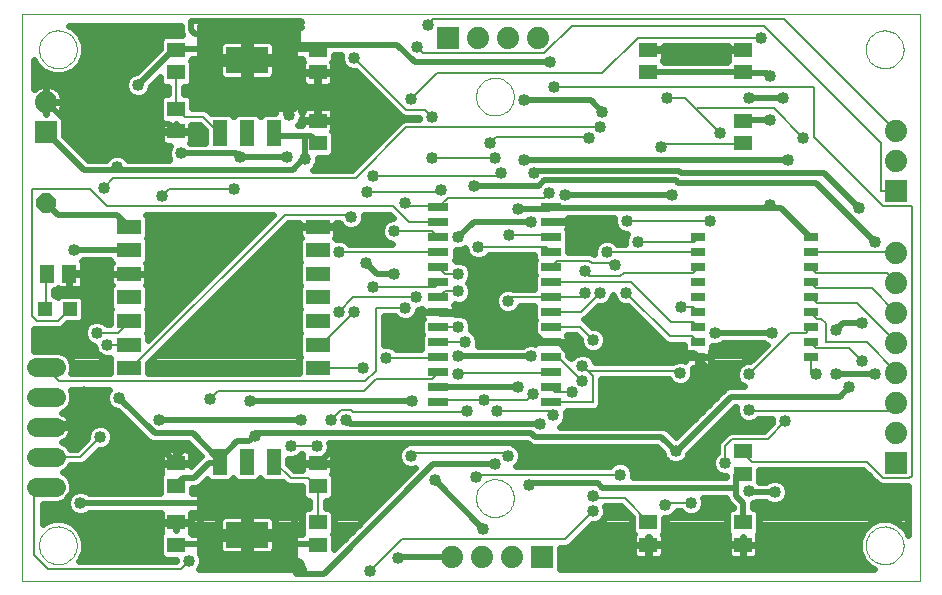
<source format=gtl>
G75*
G70*
%OFA0B0*%
%FSLAX24Y24*%
%IPPOS*%
%LPD*%
%AMOC8*
5,1,8,0,0,1.08239X$1,22.5*
%
%ADD10C,0.0000*%
%ADD11R,0.0669X0.0256*%
%ADD12C,0.0640*%
%ADD13R,0.0480X0.0880*%
%ADD14R,0.1417X0.0866*%
%ADD15R,0.0591X0.0512*%
%ADD16R,0.0512X0.0591*%
%ADD17R,0.0472X0.0472*%
%ADD18R,0.0450X0.0300*%
%ADD19R,0.0787X0.0512*%
%ADD20OC8,0.0640*%
%ADD21R,0.0740X0.0740*%
%ADD22C,0.0740*%
%ADD23C,0.0080*%
%ADD24C,0.0400*%
%ADD25C,0.0200*%
%ADD26C,0.0236*%
D10*
X000538Y000538D02*
X000538Y019435D01*
X030459Y019435D01*
X030459Y000538D01*
X000538Y000538D01*
X001089Y001719D02*
X001091Y001769D01*
X001097Y001819D01*
X001107Y001868D01*
X001121Y001916D01*
X001138Y001963D01*
X001159Y002008D01*
X001184Y002052D01*
X001212Y002093D01*
X001244Y002132D01*
X001278Y002169D01*
X001315Y002203D01*
X001355Y002233D01*
X001397Y002260D01*
X001441Y002284D01*
X001487Y002305D01*
X001534Y002321D01*
X001582Y002334D01*
X001632Y002343D01*
X001681Y002348D01*
X001732Y002349D01*
X001782Y002346D01*
X001831Y002339D01*
X001880Y002328D01*
X001928Y002313D01*
X001974Y002295D01*
X002019Y002273D01*
X002062Y002247D01*
X002103Y002218D01*
X002142Y002186D01*
X002178Y002151D01*
X002210Y002113D01*
X002240Y002073D01*
X002267Y002030D01*
X002290Y001986D01*
X002309Y001940D01*
X002325Y001892D01*
X002337Y001843D01*
X002345Y001794D01*
X002349Y001744D01*
X002349Y001694D01*
X002345Y001644D01*
X002337Y001595D01*
X002325Y001546D01*
X002309Y001498D01*
X002290Y001452D01*
X002267Y001408D01*
X002240Y001365D01*
X002210Y001325D01*
X002178Y001287D01*
X002142Y001252D01*
X002103Y001220D01*
X002062Y001191D01*
X002019Y001165D01*
X001974Y001143D01*
X001928Y001125D01*
X001880Y001110D01*
X001831Y001099D01*
X001782Y001092D01*
X001732Y001089D01*
X001681Y001090D01*
X001632Y001095D01*
X001582Y001104D01*
X001534Y001117D01*
X001487Y001133D01*
X001441Y001154D01*
X001397Y001178D01*
X001355Y001205D01*
X001315Y001235D01*
X001278Y001269D01*
X001244Y001306D01*
X001212Y001345D01*
X001184Y001386D01*
X001159Y001430D01*
X001138Y001475D01*
X001121Y001522D01*
X001107Y001570D01*
X001097Y001619D01*
X001091Y001669D01*
X001089Y001719D01*
X015656Y003294D02*
X015658Y003344D01*
X015664Y003394D01*
X015674Y003443D01*
X015688Y003491D01*
X015705Y003538D01*
X015726Y003583D01*
X015751Y003627D01*
X015779Y003668D01*
X015811Y003707D01*
X015845Y003744D01*
X015882Y003778D01*
X015922Y003808D01*
X015964Y003835D01*
X016008Y003859D01*
X016054Y003880D01*
X016101Y003896D01*
X016149Y003909D01*
X016199Y003918D01*
X016248Y003923D01*
X016299Y003924D01*
X016349Y003921D01*
X016398Y003914D01*
X016447Y003903D01*
X016495Y003888D01*
X016541Y003870D01*
X016586Y003848D01*
X016629Y003822D01*
X016670Y003793D01*
X016709Y003761D01*
X016745Y003726D01*
X016777Y003688D01*
X016807Y003648D01*
X016834Y003605D01*
X016857Y003561D01*
X016876Y003515D01*
X016892Y003467D01*
X016904Y003418D01*
X016912Y003369D01*
X016916Y003319D01*
X016916Y003269D01*
X016912Y003219D01*
X016904Y003170D01*
X016892Y003121D01*
X016876Y003073D01*
X016857Y003027D01*
X016834Y002983D01*
X016807Y002940D01*
X016777Y002900D01*
X016745Y002862D01*
X016709Y002827D01*
X016670Y002795D01*
X016629Y002766D01*
X016586Y002740D01*
X016541Y002718D01*
X016495Y002700D01*
X016447Y002685D01*
X016398Y002674D01*
X016349Y002667D01*
X016299Y002664D01*
X016248Y002665D01*
X016199Y002670D01*
X016149Y002679D01*
X016101Y002692D01*
X016054Y002708D01*
X016008Y002729D01*
X015964Y002753D01*
X015922Y002780D01*
X015882Y002810D01*
X015845Y002844D01*
X015811Y002881D01*
X015779Y002920D01*
X015751Y002961D01*
X015726Y003005D01*
X015705Y003050D01*
X015688Y003097D01*
X015674Y003145D01*
X015664Y003194D01*
X015658Y003244D01*
X015656Y003294D01*
X028648Y001719D02*
X028650Y001769D01*
X028656Y001819D01*
X028666Y001868D01*
X028680Y001916D01*
X028697Y001963D01*
X028718Y002008D01*
X028743Y002052D01*
X028771Y002093D01*
X028803Y002132D01*
X028837Y002169D01*
X028874Y002203D01*
X028914Y002233D01*
X028956Y002260D01*
X029000Y002284D01*
X029046Y002305D01*
X029093Y002321D01*
X029141Y002334D01*
X029191Y002343D01*
X029240Y002348D01*
X029291Y002349D01*
X029341Y002346D01*
X029390Y002339D01*
X029439Y002328D01*
X029487Y002313D01*
X029533Y002295D01*
X029578Y002273D01*
X029621Y002247D01*
X029662Y002218D01*
X029701Y002186D01*
X029737Y002151D01*
X029769Y002113D01*
X029799Y002073D01*
X029826Y002030D01*
X029849Y001986D01*
X029868Y001940D01*
X029884Y001892D01*
X029896Y001843D01*
X029904Y001794D01*
X029908Y001744D01*
X029908Y001694D01*
X029904Y001644D01*
X029896Y001595D01*
X029884Y001546D01*
X029868Y001498D01*
X029849Y001452D01*
X029826Y001408D01*
X029799Y001365D01*
X029769Y001325D01*
X029737Y001287D01*
X029701Y001252D01*
X029662Y001220D01*
X029621Y001191D01*
X029578Y001165D01*
X029533Y001143D01*
X029487Y001125D01*
X029439Y001110D01*
X029390Y001099D01*
X029341Y001092D01*
X029291Y001089D01*
X029240Y001090D01*
X029191Y001095D01*
X029141Y001104D01*
X029093Y001117D01*
X029046Y001133D01*
X029000Y001154D01*
X028956Y001178D01*
X028914Y001205D01*
X028874Y001235D01*
X028837Y001269D01*
X028803Y001306D01*
X028771Y001345D01*
X028743Y001386D01*
X028718Y001430D01*
X028697Y001475D01*
X028680Y001522D01*
X028666Y001570D01*
X028656Y001619D01*
X028650Y001669D01*
X028648Y001719D01*
X015656Y016679D02*
X015658Y016729D01*
X015664Y016779D01*
X015674Y016828D01*
X015688Y016876D01*
X015705Y016923D01*
X015726Y016968D01*
X015751Y017012D01*
X015779Y017053D01*
X015811Y017092D01*
X015845Y017129D01*
X015882Y017163D01*
X015922Y017193D01*
X015964Y017220D01*
X016008Y017244D01*
X016054Y017265D01*
X016101Y017281D01*
X016149Y017294D01*
X016199Y017303D01*
X016248Y017308D01*
X016299Y017309D01*
X016349Y017306D01*
X016398Y017299D01*
X016447Y017288D01*
X016495Y017273D01*
X016541Y017255D01*
X016586Y017233D01*
X016629Y017207D01*
X016670Y017178D01*
X016709Y017146D01*
X016745Y017111D01*
X016777Y017073D01*
X016807Y017033D01*
X016834Y016990D01*
X016857Y016946D01*
X016876Y016900D01*
X016892Y016852D01*
X016904Y016803D01*
X016912Y016754D01*
X016916Y016704D01*
X016916Y016654D01*
X016912Y016604D01*
X016904Y016555D01*
X016892Y016506D01*
X016876Y016458D01*
X016857Y016412D01*
X016834Y016368D01*
X016807Y016325D01*
X016777Y016285D01*
X016745Y016247D01*
X016709Y016212D01*
X016670Y016180D01*
X016629Y016151D01*
X016586Y016125D01*
X016541Y016103D01*
X016495Y016085D01*
X016447Y016070D01*
X016398Y016059D01*
X016349Y016052D01*
X016299Y016049D01*
X016248Y016050D01*
X016199Y016055D01*
X016149Y016064D01*
X016101Y016077D01*
X016054Y016093D01*
X016008Y016114D01*
X015964Y016138D01*
X015922Y016165D01*
X015882Y016195D01*
X015845Y016229D01*
X015811Y016266D01*
X015779Y016305D01*
X015751Y016346D01*
X015726Y016390D01*
X015705Y016435D01*
X015688Y016482D01*
X015674Y016530D01*
X015664Y016579D01*
X015658Y016629D01*
X015656Y016679D01*
X028648Y018254D02*
X028650Y018304D01*
X028656Y018354D01*
X028666Y018403D01*
X028680Y018451D01*
X028697Y018498D01*
X028718Y018543D01*
X028743Y018587D01*
X028771Y018628D01*
X028803Y018667D01*
X028837Y018704D01*
X028874Y018738D01*
X028914Y018768D01*
X028956Y018795D01*
X029000Y018819D01*
X029046Y018840D01*
X029093Y018856D01*
X029141Y018869D01*
X029191Y018878D01*
X029240Y018883D01*
X029291Y018884D01*
X029341Y018881D01*
X029390Y018874D01*
X029439Y018863D01*
X029487Y018848D01*
X029533Y018830D01*
X029578Y018808D01*
X029621Y018782D01*
X029662Y018753D01*
X029701Y018721D01*
X029737Y018686D01*
X029769Y018648D01*
X029799Y018608D01*
X029826Y018565D01*
X029849Y018521D01*
X029868Y018475D01*
X029884Y018427D01*
X029896Y018378D01*
X029904Y018329D01*
X029908Y018279D01*
X029908Y018229D01*
X029904Y018179D01*
X029896Y018130D01*
X029884Y018081D01*
X029868Y018033D01*
X029849Y017987D01*
X029826Y017943D01*
X029799Y017900D01*
X029769Y017860D01*
X029737Y017822D01*
X029701Y017787D01*
X029662Y017755D01*
X029621Y017726D01*
X029578Y017700D01*
X029533Y017678D01*
X029487Y017660D01*
X029439Y017645D01*
X029390Y017634D01*
X029341Y017627D01*
X029291Y017624D01*
X029240Y017625D01*
X029191Y017630D01*
X029141Y017639D01*
X029093Y017652D01*
X029046Y017668D01*
X029000Y017689D01*
X028956Y017713D01*
X028914Y017740D01*
X028874Y017770D01*
X028837Y017804D01*
X028803Y017841D01*
X028771Y017880D01*
X028743Y017921D01*
X028718Y017965D01*
X028697Y018010D01*
X028680Y018057D01*
X028666Y018105D01*
X028656Y018154D01*
X028650Y018204D01*
X028648Y018254D01*
X001089Y018254D02*
X001091Y018304D01*
X001097Y018354D01*
X001107Y018403D01*
X001121Y018451D01*
X001138Y018498D01*
X001159Y018543D01*
X001184Y018587D01*
X001212Y018628D01*
X001244Y018667D01*
X001278Y018704D01*
X001315Y018738D01*
X001355Y018768D01*
X001397Y018795D01*
X001441Y018819D01*
X001487Y018840D01*
X001534Y018856D01*
X001582Y018869D01*
X001632Y018878D01*
X001681Y018883D01*
X001732Y018884D01*
X001782Y018881D01*
X001831Y018874D01*
X001880Y018863D01*
X001928Y018848D01*
X001974Y018830D01*
X002019Y018808D01*
X002062Y018782D01*
X002103Y018753D01*
X002142Y018721D01*
X002178Y018686D01*
X002210Y018648D01*
X002240Y018608D01*
X002267Y018565D01*
X002290Y018521D01*
X002309Y018475D01*
X002325Y018427D01*
X002337Y018378D01*
X002345Y018329D01*
X002349Y018279D01*
X002349Y018229D01*
X002345Y018179D01*
X002337Y018130D01*
X002325Y018081D01*
X002309Y018033D01*
X002290Y017987D01*
X002267Y017943D01*
X002240Y017900D01*
X002210Y017860D01*
X002178Y017822D01*
X002142Y017787D01*
X002103Y017755D01*
X002062Y017726D01*
X002019Y017700D01*
X001974Y017678D01*
X001928Y017660D01*
X001880Y017645D01*
X001831Y017634D01*
X001782Y017627D01*
X001732Y017624D01*
X001681Y017625D01*
X001632Y017630D01*
X001582Y017639D01*
X001534Y017652D01*
X001487Y017668D01*
X001441Y017689D01*
X001397Y017713D01*
X001355Y017740D01*
X001315Y017770D01*
X001278Y017804D01*
X001244Y017841D01*
X001212Y017880D01*
X001184Y017921D01*
X001159Y017965D01*
X001138Y018010D01*
X001121Y018057D01*
X001107Y018105D01*
X001097Y018154D01*
X001091Y018204D01*
X001089Y018254D01*
D11*
X014404Y012986D03*
X014404Y012486D03*
X014404Y011986D03*
X014404Y011486D03*
X014404Y010986D03*
X014404Y010486D03*
X014404Y009986D03*
X014404Y009486D03*
X014404Y008986D03*
X014404Y008486D03*
X014404Y007986D03*
X014404Y007486D03*
X014404Y006986D03*
X014404Y006486D03*
X018168Y006486D03*
X018168Y006986D03*
X018168Y007486D03*
X018168Y007986D03*
X018168Y008486D03*
X018168Y008986D03*
X018168Y009486D03*
X018168Y009986D03*
X018168Y010486D03*
X018168Y010986D03*
X018168Y011486D03*
X018168Y011986D03*
X018168Y012486D03*
X018168Y012986D03*
D12*
X001645Y007656D02*
X001005Y007656D01*
X001005Y006656D02*
X001645Y006656D01*
X001645Y005656D02*
X001005Y005656D01*
X001005Y004656D02*
X001645Y004656D01*
X001645Y003656D02*
X001005Y003656D01*
D13*
X007108Y004514D03*
X008018Y004514D03*
X008928Y004514D03*
X008928Y015459D03*
X008018Y015459D03*
X007108Y015459D03*
D14*
X008018Y017899D03*
X008018Y002073D03*
D15*
X005656Y001738D03*
X005656Y002486D03*
X005656Y003707D03*
X005656Y004455D03*
X010380Y004455D03*
X010380Y003707D03*
X010380Y002486D03*
X010380Y001738D03*
X021404Y001738D03*
X021404Y002486D03*
X024553Y002486D03*
X024553Y001738D03*
X024553Y004101D03*
X024553Y004849D03*
X024553Y015124D03*
X024553Y015872D03*
X024553Y017486D03*
X024553Y018234D03*
X021404Y018234D03*
X021404Y017486D03*
X010380Y017486D03*
X010380Y018234D03*
X010380Y015872D03*
X010380Y015124D03*
X005656Y015518D03*
X005656Y016266D03*
X005656Y017486D03*
X005656Y018234D03*
D16*
X002093Y010774D03*
X001345Y010774D03*
D17*
X001305Y009593D03*
X002132Y009593D03*
D18*
X023062Y009486D03*
X023062Y008986D03*
X023062Y008486D03*
X023062Y007986D03*
X023062Y009986D03*
X023062Y010486D03*
X023062Y010986D03*
X023062Y011486D03*
X023062Y011986D03*
X026832Y011986D03*
X026832Y011486D03*
X026832Y010986D03*
X026832Y010486D03*
X026832Y009986D03*
X026832Y009486D03*
X026832Y008986D03*
X026832Y008486D03*
X026832Y007986D03*
D19*
X010384Y007620D03*
X010384Y008408D03*
X010384Y009195D03*
X010384Y009982D03*
X010384Y010770D03*
X010384Y011557D03*
X010384Y012345D03*
X004085Y012345D03*
X004085Y011557D03*
X004085Y010770D03*
X004085Y009982D03*
X004085Y009195D03*
X004085Y008408D03*
X004085Y007620D03*
D20*
X001325Y013136D03*
D21*
X001325Y015498D03*
X014711Y018648D03*
X029671Y013530D03*
X029671Y004475D03*
X017860Y001325D03*
D22*
X016860Y001325D03*
X015860Y001325D03*
X014860Y001325D03*
X029671Y005475D03*
X029671Y006475D03*
X029671Y007475D03*
X029671Y008475D03*
X029671Y009475D03*
X029671Y010475D03*
X029671Y011475D03*
X029671Y014530D03*
X029671Y015530D03*
X017711Y018648D03*
X016711Y018648D03*
X015711Y018648D03*
X001325Y016498D03*
D23*
X003569Y013963D02*
X011640Y013963D01*
X013333Y015656D01*
X019790Y015656D01*
X019435Y015301D02*
X019396Y015341D01*
X016325Y015341D01*
X016128Y015144D01*
X016286Y014632D02*
X014199Y014632D01*
X014475Y013569D02*
X014396Y013490D01*
X012034Y013490D01*
X012231Y014042D02*
X016404Y014042D01*
X016482Y014120D01*
X017939Y013294D02*
X014711Y013294D01*
X014404Y012986D01*
X014396Y013018D01*
X013412Y013018D01*
X013294Y013136D01*
X012900Y013018D02*
X013412Y012506D01*
X014396Y012506D01*
X014404Y012486D01*
X014199Y012191D02*
X012939Y012191D01*
X012900Y013018D02*
X003372Y013018D01*
X002782Y013608D01*
X000853Y013608D01*
X000853Y009356D01*
X001010Y009199D01*
X001719Y009199D01*
X002112Y009593D01*
X002132Y009593D01*
X001325Y009593D02*
X001305Y009593D01*
X001325Y009593D02*
X001325Y010774D01*
X001345Y010774D01*
X003018Y008805D02*
X003727Y008805D01*
X004081Y009160D01*
X004085Y009195D01*
X004081Y008412D02*
X003372Y008412D01*
X004081Y008412D02*
X004085Y008408D01*
X004120Y007624D02*
X004085Y007620D01*
X004120Y007624D02*
X004160Y007624D01*
X009278Y012742D01*
X011404Y012742D01*
X011482Y012664D01*
X011089Y011482D02*
X014396Y011482D01*
X014404Y011486D01*
X014404Y010986D02*
X014435Y010971D01*
X014632Y010774D01*
X015065Y010774D01*
X014404Y010486D02*
X014396Y010459D01*
X014278Y010341D01*
X012231Y010341D01*
X011561Y009986D02*
X013648Y009986D01*
X013294Y009632D02*
X012309Y009632D01*
X012309Y007545D01*
X011955Y007191D01*
X001758Y007191D01*
X001325Y007624D01*
X001325Y007656D01*
X003136Y005341D02*
X002467Y004671D01*
X001325Y004671D01*
X001325Y004656D01*
X001325Y003656D02*
X001325Y003648D01*
X000931Y003648D01*
X000931Y001404D01*
X001404Y000931D01*
X005813Y000931D01*
X006089Y001207D01*
X008963Y004475D02*
X009475Y003963D01*
X010065Y003963D01*
X010341Y003687D01*
X010380Y003707D01*
X010380Y002486D01*
X012112Y000853D02*
X013175Y001916D01*
X018608Y001916D01*
X019553Y002860D01*
X019632Y003294D02*
X019553Y003372D01*
X019632Y003294D02*
X020616Y003294D01*
X021404Y002506D01*
X021404Y002486D01*
X021955Y003057D02*
X022034Y003136D01*
X022821Y003136D01*
X023963Y004475D02*
X023963Y005026D01*
X024199Y005262D01*
X025380Y005262D01*
X025971Y005853D01*
X024790Y006207D02*
X029435Y006207D01*
X029671Y006443D01*
X029671Y006475D01*
X029671Y007475D02*
X029671Y007506D01*
X028687Y008490D01*
X027309Y008490D01*
X027309Y009120D01*
X027152Y009278D01*
X027034Y009278D01*
X026837Y009475D01*
X026832Y009486D01*
X027034Y009790D02*
X028372Y009790D01*
X029671Y008490D01*
X029671Y008475D01*
X028530Y007860D02*
X028097Y008294D01*
X026994Y008294D01*
X026837Y008451D01*
X026832Y008486D01*
X026640Y008805D02*
X026128Y008805D01*
X024750Y007427D01*
X023062Y008486D02*
X023057Y008490D01*
X022860Y008687D01*
X022112Y008687D01*
X020656Y010144D01*
X020813Y010498D02*
X018175Y010498D01*
X018168Y010486D01*
X018168Y009986D02*
X016837Y009986D01*
X016719Y009868D01*
X018168Y009986D02*
X019120Y009986D01*
X019278Y010144D01*
X019790Y010144D02*
X019160Y009514D01*
X018175Y009514D01*
X018168Y009486D01*
X018175Y009002D02*
X018168Y008986D01*
X018175Y009002D02*
X019120Y009002D01*
X019553Y008569D01*
X019199Y007703D02*
X019376Y007526D01*
X019396Y007545D01*
X022388Y007545D01*
X022467Y007467D01*
X023062Y008986D02*
X023057Y009002D01*
X022900Y009160D01*
X022152Y009160D01*
X020813Y010498D01*
X020577Y010813D02*
X020459Y010695D01*
X019435Y010695D01*
X019278Y010853D01*
X019514Y011128D02*
X019435Y011207D01*
X018372Y011207D01*
X018175Y011010D01*
X018168Y010986D01*
X018168Y011486D02*
X018136Y011522D01*
X017979Y011679D01*
X015734Y011679D01*
X016758Y012073D02*
X018057Y012073D01*
X018136Y011994D01*
X018168Y011986D01*
X019514Y011128D02*
X020223Y011128D01*
X020301Y011049D01*
X020577Y010813D02*
X022900Y010813D01*
X023057Y010971D01*
X023062Y010986D01*
X023057Y011482D02*
X023062Y011486D01*
X023057Y011482D02*
X020026Y011482D01*
X021049Y011837D02*
X022939Y011837D01*
X023057Y011955D01*
X023062Y011986D01*
X023451Y012545D02*
X020695Y012545D01*
X018097Y013451D02*
X017939Y013294D01*
X014404Y011986D02*
X014199Y012191D01*
X014632Y010183D02*
X014435Y009986D01*
X014404Y009986D01*
X014632Y010183D02*
X015065Y010183D01*
X015065Y009002D02*
X014435Y009002D01*
X014404Y008986D01*
X014435Y008490D02*
X014404Y008486D01*
X014435Y008490D02*
X015301Y008490D01*
X014404Y007986D02*
X014396Y007979D01*
X012664Y007979D01*
X011876Y007624D02*
X010419Y007624D01*
X010384Y007620D01*
X010384Y008408D02*
X010419Y008412D01*
X010498Y008412D01*
X011601Y009514D01*
X011561Y009986D02*
X011089Y009514D01*
X012309Y007270D02*
X011916Y006876D01*
X007073Y006876D01*
X006797Y006601D01*
X009475Y005026D02*
X010341Y005026D01*
X010813Y005892D02*
X011168Y006246D01*
X011482Y006246D01*
X011561Y006168D01*
X015301Y006168D01*
X015341Y006207D01*
X015931Y006561D02*
X017349Y006561D01*
X017545Y006758D01*
X018175Y006955D02*
X018168Y006986D01*
X018175Y006955D02*
X018294Y006837D01*
X018845Y006837D01*
X019199Y007191D02*
X018412Y007979D01*
X018175Y007979D01*
X018168Y007986D01*
X018168Y007486D02*
X018136Y007467D01*
X015105Y007467D01*
X015065Y007427D01*
X014404Y007486D02*
X014396Y007467D01*
X014199Y007270D01*
X012309Y007270D01*
X014404Y006486D02*
X014435Y006522D01*
X014475Y006561D01*
X015931Y006561D01*
X016364Y006207D02*
X018057Y006207D01*
X018215Y006049D01*
X018175Y006482D02*
X018168Y006486D01*
X018175Y006482D02*
X019553Y006482D01*
X019553Y007349D01*
X019376Y007526D01*
X022506Y009671D02*
X022900Y009671D01*
X023057Y009514D01*
X023062Y009486D01*
X026640Y008805D02*
X026797Y008963D01*
X026832Y008986D01*
X027034Y009790D02*
X026837Y009986D01*
X026832Y009986D01*
X026994Y010301D02*
X028845Y010301D01*
X029671Y009475D01*
X029671Y010475D02*
X029671Y010498D01*
X029356Y010813D01*
X026994Y010813D01*
X026837Y010971D01*
X026832Y010986D01*
X026837Y011482D02*
X026832Y011486D01*
X026837Y011482D02*
X029671Y011482D01*
X029671Y011475D01*
X029238Y013018D02*
X026916Y015341D01*
X026916Y016994D01*
X018254Y016994D01*
X017939Y018136D02*
X018845Y019042D01*
X025262Y019042D01*
X029160Y015144D01*
X029160Y013530D01*
X029671Y013530D01*
X029238Y013018D02*
X030183Y013018D01*
X030183Y004042D01*
X030105Y003963D01*
X029238Y003963D01*
X028687Y004514D01*
X024868Y004514D01*
X024553Y004829D01*
X024553Y004849D01*
X024790Y006207D02*
X024750Y006246D01*
X026837Y007427D02*
X026994Y007427D01*
X026837Y007427D02*
X026837Y007979D01*
X026832Y007986D01*
X026994Y010301D02*
X026837Y010459D01*
X026832Y010486D01*
X024553Y015105D02*
X021955Y015105D01*
X021837Y014986D01*
X022998Y016266D02*
X023018Y016286D01*
X025577Y016286D01*
X026561Y015301D01*
X024553Y015124D02*
X024553Y015105D01*
X023805Y015459D02*
X022998Y016266D01*
X022624Y016640D01*
X022034Y016640D01*
X021049Y018648D02*
X019868Y017467D01*
X014356Y017467D01*
X013490Y016601D01*
X013333Y016246D02*
X011601Y017979D01*
X013687Y018333D02*
X013884Y018136D01*
X017939Y018136D01*
X021049Y018648D02*
X025144Y018648D01*
X025931Y019278D02*
X029671Y015538D01*
X029671Y015530D01*
X025931Y019278D02*
X014238Y019278D01*
X014042Y019081D01*
X013963Y016246D02*
X013333Y016246D01*
X013963Y016246D02*
X014199Y016010D01*
X007585Y013608D02*
X005419Y013608D01*
X005183Y013372D01*
X003569Y013963D02*
X003254Y013648D01*
X005695Y016286D02*
X005971Y016010D01*
X006561Y016010D01*
X007073Y015498D01*
X007108Y015459D01*
X005695Y016286D02*
X005656Y016266D01*
X005656Y017486D01*
X013569Y004790D02*
X016640Y004790D01*
X016719Y004711D01*
X015734Y004081D02*
X020459Y004081D01*
X015734Y004081D02*
X015656Y004002D01*
X013569Y004790D02*
X013490Y004711D01*
X008963Y004475D02*
X008928Y004514D01*
D24*
X009475Y004475D03*
X009475Y005026D03*
X010341Y005026D03*
X010813Y005892D03*
X011325Y005892D03*
X009829Y005892D03*
X008294Y005380D03*
X008136Y006522D03*
X006797Y006601D03*
X005105Y005892D03*
X006010Y005026D03*
X003766Y006640D03*
X002585Y006837D03*
X003136Y005341D03*
X002467Y003136D03*
X005026Y002467D03*
X006089Y001207D03*
X012112Y000853D03*
X013057Y001286D03*
X015892Y002270D03*
X017427Y003727D03*
X016286Y004435D03*
X016719Y004711D03*
X015656Y004002D03*
X014278Y003884D03*
X013490Y004711D03*
X015341Y006207D03*
X015931Y006561D03*
X016364Y006207D03*
X017073Y006994D03*
X017545Y006758D03*
X018215Y006049D03*
X017782Y005774D03*
X018845Y006837D03*
X019199Y007191D03*
X019199Y007703D03*
X019553Y008569D03*
X018923Y008648D03*
X017506Y008018D03*
X015301Y008490D03*
X015065Y008018D03*
X015065Y007427D03*
X013530Y006522D03*
X011876Y007624D03*
X012664Y007979D03*
X011601Y009514D03*
X011089Y009514D03*
X012231Y010341D03*
X012939Y010774D03*
X011994Y011128D03*
X011089Y011482D03*
X011089Y012349D03*
X011482Y012664D03*
X012034Y013490D03*
X012231Y014042D03*
X013294Y013136D03*
X012939Y012191D03*
X014475Y013569D03*
X015577Y013687D03*
X016482Y014120D03*
X017270Y014553D03*
X017585Y014120D03*
X018097Y013451D03*
X018608Y013412D03*
X018884Y012545D03*
X017506Y012506D03*
X017073Y012939D03*
X016758Y012073D03*
X015734Y011679D03*
X015065Y011994D03*
X015065Y010774D03*
X015065Y010183D03*
X013648Y009986D03*
X013294Y009632D03*
X015065Y009002D03*
X016719Y009868D03*
X019278Y010144D03*
X019790Y010144D03*
X020656Y010144D03*
X019278Y010853D03*
X020026Y011482D03*
X020301Y011049D03*
X021049Y011837D03*
X020695Y012545D03*
X022191Y013412D03*
X023451Y012545D03*
X025459Y013057D03*
X026049Y014553D03*
X026561Y015301D03*
X025459Y015892D03*
X025892Y016640D03*
X025459Y017349D03*
X024750Y016640D03*
X023805Y015459D03*
X021837Y014986D03*
X019868Y016168D03*
X019790Y015656D03*
X019435Y015301D03*
X017270Y016561D03*
X018254Y016994D03*
X018136Y017821D03*
X022034Y016640D03*
X023608Y018254D03*
X025144Y018648D03*
X028412Y012979D03*
X028963Y011837D03*
X028530Y009120D03*
X027664Y008884D03*
X028530Y007860D03*
X028963Y007427D03*
X028097Y006994D03*
X027664Y007427D03*
X026994Y007427D03*
X025538Y008805D03*
X023608Y008805D03*
X022506Y009671D03*
X022467Y007467D03*
X023569Y007427D03*
X024750Y007427D03*
X024750Y006246D03*
X025971Y005853D03*
X023963Y004475D03*
X024750Y003530D03*
X025616Y003490D03*
X022821Y003136D03*
X021955Y003057D03*
X020459Y004081D03*
X019553Y003372D03*
X019553Y002860D03*
X021955Y004514D03*
X022309Y004868D03*
X022349Y001758D03*
X005183Y013372D03*
X003687Y014317D03*
X003254Y013648D03*
X005813Y014790D03*
X006482Y015459D03*
X007782Y014671D03*
X007585Y013608D03*
X009356Y014671D03*
X009947Y014593D03*
X009435Y016049D03*
X010813Y016679D03*
X011601Y017979D03*
X013687Y018333D03*
X014042Y019081D03*
X013490Y016601D03*
X014199Y016010D03*
X014199Y014632D03*
X016128Y015144D03*
X016286Y014632D03*
X005065Y016640D03*
X004396Y017073D03*
X002270Y011561D03*
X002703Y011128D03*
X003018Y008805D03*
X003372Y008412D03*
D25*
X002585Y006837D02*
X002585Y005774D01*
X003294Y005774D01*
X003923Y005144D01*
X003845Y005105D01*
X002034Y003294D01*
X002034Y002545D01*
X004986Y002545D01*
X005026Y002467D01*
X005656Y002467D01*
X005656Y002486D01*
X006443Y003136D02*
X002467Y003136D01*
X003923Y005144D02*
X004986Y005144D01*
X005656Y004475D01*
X005656Y004455D01*
X005616Y004632D01*
X006010Y005026D01*
X006207Y005459D02*
X007034Y004632D01*
X007108Y004514D01*
X007112Y004593D01*
X007703Y005183D01*
X008097Y005183D01*
X008294Y005380D01*
X008333Y005459D01*
X017506Y005459D01*
X017624Y005341D01*
X021837Y005341D01*
X022309Y004868D01*
X022388Y004908D01*
X024160Y006679D01*
X027782Y006679D01*
X028097Y006994D01*
X027664Y007427D02*
X028963Y007427D01*
X027664Y008884D02*
X027900Y009120D01*
X028530Y009120D01*
X025538Y008805D02*
X023608Y008805D01*
X022939Y008136D02*
X018766Y008136D01*
X018589Y008313D01*
X018923Y008648D01*
X018589Y008313D02*
X018451Y008451D01*
X018175Y008451D01*
X018168Y008486D01*
X018097Y008530D01*
X017860Y008530D01*
X016955Y009435D01*
X014475Y009435D01*
X014435Y009475D01*
X014404Y009486D01*
X012939Y010774D02*
X012349Y010774D01*
X011994Y011128D01*
X011089Y012349D02*
X010419Y012349D01*
X010384Y012345D01*
X009553Y014238D02*
X009868Y014553D01*
X009947Y014593D01*
X009947Y015380D01*
X010144Y015380D01*
X010380Y015144D01*
X010380Y015124D01*
X009947Y015380D02*
X009042Y015380D01*
X008963Y015459D01*
X008928Y015459D01*
X009435Y016049D02*
X009435Y016128D01*
X009356Y016128D01*
X009278Y016207D01*
X009278Y016286D01*
X010380Y016679D02*
X010380Y015872D01*
X010380Y016679D02*
X010813Y016679D01*
X010380Y016679D02*
X010380Y017486D01*
X010380Y018234D02*
X010380Y018254D01*
X009593Y018254D01*
X009711Y018412D02*
X013018Y018412D01*
X013608Y017821D01*
X018136Y017821D01*
X017270Y016561D02*
X019475Y016561D01*
X019868Y016168D01*
X021404Y017486D02*
X021404Y017506D01*
X024475Y017506D01*
X024553Y017486D01*
X024553Y017467D01*
X025341Y017467D01*
X025459Y017349D01*
X025892Y016640D02*
X024750Y016640D01*
X024553Y015892D02*
X024553Y015872D01*
X024553Y015892D02*
X025459Y015892D01*
X026049Y014553D02*
X017270Y014553D01*
X017664Y014199D02*
X017585Y014120D01*
X017664Y014199D02*
X022427Y014199D01*
X022506Y014120D01*
X027270Y014120D01*
X028412Y012979D01*
X028963Y011837D02*
X026994Y013805D01*
X022388Y013805D01*
X022309Y013884D01*
X017939Y013884D01*
X017742Y013687D01*
X015577Y013687D01*
X017073Y012939D02*
X018097Y012939D01*
X018168Y012986D01*
X018175Y012979D01*
X025459Y012979D01*
X025459Y013057D01*
X025459Y012979D02*
X025813Y012979D01*
X026797Y011994D01*
X026832Y011986D01*
X022191Y013412D02*
X018608Y013412D01*
X018884Y012545D02*
X018215Y012545D01*
X018175Y012506D01*
X018168Y012486D01*
X017506Y012506D02*
X015577Y012506D01*
X015065Y011994D01*
X009553Y014238D02*
X003687Y014238D01*
X003687Y014317D01*
X003687Y014238D02*
X002585Y014238D01*
X001325Y015498D01*
X002073Y015774D02*
X001364Y016482D01*
X001325Y016482D01*
X001325Y016498D01*
X002073Y015774D02*
X005065Y015774D01*
X005065Y016640D01*
X004396Y017073D02*
X005498Y018175D01*
X005577Y018175D01*
X005656Y018234D01*
X005656Y018254D01*
X006443Y018254D01*
X006443Y018766D02*
X006286Y018766D01*
X006168Y018884D01*
X006168Y019199D01*
X009829Y019199D01*
X009868Y019160D01*
X009868Y019120D01*
X009750Y019120D01*
X009711Y019081D01*
X009711Y019042D01*
X009829Y019042D01*
X009868Y019002D01*
X009868Y018963D01*
X009750Y018963D01*
X009711Y018923D01*
X009711Y018412D01*
X005656Y015538D02*
X005419Y015774D01*
X005065Y015774D01*
X005656Y015538D02*
X005656Y015518D01*
X005734Y015459D01*
X006482Y015459D01*
X005813Y014790D02*
X007664Y014790D01*
X007782Y014671D01*
X009356Y014671D01*
X004085Y012345D02*
X003687Y012742D01*
X001719Y012742D01*
X001325Y013136D01*
X002270Y011561D02*
X004081Y011561D01*
X004085Y011557D01*
X004081Y010774D02*
X004085Y010770D01*
X004081Y010774D02*
X002703Y010774D01*
X002703Y011128D01*
X002703Y010774D02*
X002093Y010774D01*
X003766Y006640D02*
X004947Y005459D01*
X006207Y005459D01*
X005105Y005892D02*
X009829Y005892D01*
X011089Y005144D02*
X017388Y005144D01*
X018018Y004514D01*
X021955Y004514D01*
X019868Y003648D02*
X019711Y003805D01*
X017506Y003805D01*
X017427Y003727D01*
X016286Y004435D02*
X014238Y004435D01*
X010577Y000774D01*
X009671Y000774D01*
X009671Y000813D01*
X009750Y000892D01*
X009908Y000892D01*
X009908Y000931D01*
X009868Y000971D01*
X009711Y000971D01*
X009711Y001010D01*
X009750Y001049D01*
X009868Y001049D01*
X009868Y001089D01*
X009750Y001207D01*
X009593Y001207D01*
X009593Y001758D02*
X010380Y001758D01*
X010380Y001738D01*
X013057Y001286D02*
X013097Y001325D01*
X014860Y001325D01*
X015892Y002270D02*
X014278Y003884D01*
X011443Y005774D02*
X011325Y005892D01*
X011443Y005774D02*
X017782Y005774D01*
X017073Y006994D02*
X014435Y006994D01*
X014404Y006986D01*
X013530Y006522D02*
X008136Y006522D01*
X010459Y004514D02*
X011089Y005144D01*
X010459Y004514D02*
X010380Y004455D01*
X010380Y004475D01*
X009475Y004475D01*
X007108Y004514D02*
X007073Y004475D01*
X006758Y004475D01*
X006246Y003963D01*
X005892Y003963D01*
X005656Y003727D01*
X005656Y003707D01*
X005656Y001758D02*
X005656Y001738D01*
X005656Y001758D02*
X006443Y001758D01*
X002585Y005774D02*
X001443Y005774D01*
X001325Y005656D01*
X015065Y008018D02*
X017506Y008018D01*
X022939Y008136D02*
X023057Y008018D01*
X023062Y007986D01*
X023097Y007900D01*
X023569Y007427D01*
X024317Y004081D02*
X024553Y004081D01*
X024553Y004101D01*
X024317Y004081D02*
X024317Y003648D01*
X019868Y003648D01*
X021404Y001758D02*
X021404Y001738D01*
X021404Y001758D02*
X022349Y001758D01*
X024553Y001758D01*
X024553Y001738D01*
X024553Y002486D02*
X024553Y003136D01*
X024317Y003372D01*
X024317Y003648D01*
X024750Y003530D02*
X024790Y003490D01*
X025616Y003490D01*
X024553Y018234D02*
X024553Y018254D01*
X023608Y018254D01*
X021404Y018254D01*
X021404Y018234D01*
D26*
X021414Y018225D02*
X021414Y018244D01*
X021917Y018244D01*
X021917Y018372D01*
X024040Y018372D01*
X024040Y018244D01*
X024543Y018244D01*
X024543Y018225D01*
X024040Y018225D01*
X024040Y017950D01*
X024055Y017894D01*
X024063Y017881D01*
X024024Y017842D01*
X021933Y017842D01*
X021894Y017881D01*
X021902Y017894D01*
X021917Y017950D01*
X021917Y018225D01*
X021414Y018225D01*
X021414Y018244D02*
X021414Y018372D01*
X021394Y018372D01*
X021394Y018244D01*
X021414Y018244D01*
X021917Y018142D02*
X024040Y018142D01*
X024051Y017907D02*
X021906Y017907D01*
X024544Y018244D02*
X024544Y018372D01*
X024563Y018372D01*
X024563Y018244D01*
X024544Y018244D01*
X020263Y012642D02*
X018720Y012642D01*
X018720Y012486D01*
X018168Y012486D01*
X018168Y012486D01*
X018720Y012486D01*
X018720Y012330D01*
X018705Y012274D01*
X020350Y012274D01*
X020325Y012298D02*
X020448Y012176D01*
X020608Y012109D01*
X020705Y012109D01*
X020680Y012084D01*
X020613Y011924D01*
X020613Y011759D01*
X020366Y011759D01*
X020273Y011852D01*
X020113Y011919D01*
X019939Y011919D01*
X019779Y011852D01*
X019656Y011730D01*
X019590Y011569D01*
X019590Y011442D01*
X019490Y011483D01*
X018738Y011483D01*
X018738Y011712D01*
X018714Y011736D01*
X018738Y011761D01*
X018738Y012212D01*
X018695Y012256D01*
X018705Y012274D01*
X018720Y012508D02*
X020259Y012508D01*
X020259Y012459D02*
X020325Y012298D01*
X020259Y012459D02*
X020259Y012632D01*
X020263Y012642D01*
X020661Y012039D02*
X018738Y012039D01*
X018738Y011804D02*
X019731Y011804D01*
X019590Y011569D02*
X018738Y011569D01*
X017597Y011403D02*
X017597Y011261D01*
X017621Y011236D01*
X017597Y011212D01*
X017597Y010761D01*
X017621Y010736D01*
X017597Y010712D01*
X017597Y010263D01*
X016907Y010263D01*
X016805Y010305D01*
X016632Y010305D01*
X016472Y010238D01*
X016349Y010115D01*
X016282Y009955D01*
X016282Y009782D01*
X016349Y009621D01*
X016472Y009498D01*
X016632Y009432D01*
X016805Y009432D01*
X016966Y009498D01*
X017089Y009621D01*
X017125Y009710D01*
X017597Y009710D01*
X017597Y009261D01*
X017621Y009236D01*
X017597Y009212D01*
X017597Y008761D01*
X017640Y008717D01*
X017630Y008699D01*
X017615Y008643D01*
X017615Y008486D01*
X017615Y008445D01*
X017593Y008454D01*
X017419Y008454D01*
X017259Y008388D01*
X017225Y008354D01*
X015717Y008354D01*
X015738Y008404D01*
X015738Y008577D01*
X015671Y008737D01*
X015548Y008860D01*
X015489Y008885D01*
X015501Y008915D01*
X015501Y009089D01*
X015435Y009249D01*
X015312Y009372D01*
X015152Y009438D01*
X014978Y009438D01*
X014956Y009429D01*
X014956Y009486D01*
X014404Y009486D01*
X014404Y009486D01*
X014956Y009486D01*
X014956Y009643D01*
X014942Y009699D01*
X014931Y009717D01*
X014966Y009752D01*
X014978Y009747D01*
X015152Y009747D01*
X015312Y009813D01*
X015435Y009936D01*
X015501Y010096D01*
X015501Y010270D01*
X015435Y010430D01*
X015387Y010479D01*
X015435Y010527D01*
X015501Y010687D01*
X015501Y010861D01*
X015435Y011021D01*
X015312Y011144D01*
X015152Y011210D01*
X014978Y011210D01*
X014975Y011208D01*
X014975Y011212D01*
X014950Y011236D01*
X014975Y011261D01*
X014975Y011560D01*
X014978Y011558D01*
X015152Y011558D01*
X015298Y011619D01*
X015298Y011593D01*
X015365Y011432D01*
X015487Y011310D01*
X015648Y011243D01*
X015821Y011243D01*
X015982Y011310D01*
X016075Y011403D01*
X017597Y011403D01*
X017597Y011335D02*
X016007Y011335D01*
X015462Y011335D02*
X014975Y011335D01*
X015179Y011569D02*
X015308Y011569D01*
X015356Y011100D02*
X017597Y011100D01*
X017597Y010865D02*
X015499Y010865D01*
X015478Y010631D02*
X017597Y010631D01*
X017597Y010396D02*
X015449Y010396D01*
X015501Y010161D02*
X016395Y010161D01*
X016282Y009926D02*
X015425Y009926D01*
X014943Y009692D02*
X016320Y009692D01*
X016572Y009457D02*
X014956Y009457D01*
X015446Y009222D02*
X017607Y009222D01*
X017597Y009457D02*
X016866Y009457D01*
X017118Y009692D02*
X017597Y009692D01*
X017597Y008988D02*
X015501Y008988D01*
X015656Y008753D02*
X017604Y008753D01*
X017615Y008518D02*
X015738Y008518D01*
X014404Y009486D02*
X013851Y009486D01*
X013851Y009330D01*
X013866Y009274D01*
X013876Y009256D01*
X013833Y009212D01*
X013833Y008761D01*
X013857Y008736D01*
X013833Y008712D01*
X013833Y008261D01*
X013839Y008255D01*
X013004Y008255D01*
X012911Y008348D01*
X012750Y008415D01*
X012585Y008415D01*
X012585Y009356D01*
X012953Y009356D01*
X013046Y009262D01*
X013207Y009196D01*
X013380Y009196D01*
X013541Y009262D01*
X013663Y009385D01*
X013730Y009545D01*
X013730Y009550D01*
X013735Y009550D01*
X013851Y009598D01*
X013851Y009486D01*
X014404Y009486D01*
X014404Y009486D01*
X013851Y009457D02*
X013693Y009457D01*
X013843Y009222D02*
X013444Y009222D01*
X013143Y009222D02*
X012585Y009222D01*
X012585Y008988D02*
X013833Y008988D01*
X013841Y008753D02*
X012585Y008753D01*
X012585Y008518D02*
X013833Y008518D01*
X013833Y008283D02*
X012976Y008283D01*
X009794Y008014D02*
X009754Y007974D01*
X009754Y007467D01*
X004715Y007467D01*
X004715Y007789D01*
X009392Y012466D01*
X009772Y012466D01*
X009772Y012355D01*
X010374Y012355D01*
X010374Y012335D01*
X009772Y012335D01*
X009772Y012060D01*
X009787Y012005D01*
X009809Y011966D01*
X009754Y011911D01*
X009754Y011204D01*
X009794Y011164D01*
X009754Y011124D01*
X009754Y010416D01*
X009794Y010376D01*
X009754Y010336D01*
X009754Y009629D01*
X009794Y009589D01*
X009754Y009549D01*
X009754Y008841D01*
X009794Y008801D01*
X009754Y008761D01*
X009754Y008054D01*
X009794Y008014D01*
X009759Y008049D02*
X004975Y008049D01*
X005209Y008283D02*
X009754Y008283D01*
X009754Y008518D02*
X005444Y008518D01*
X005679Y008753D02*
X009754Y008753D01*
X009754Y008988D02*
X005914Y008988D01*
X006148Y009222D02*
X009754Y009222D01*
X009754Y009457D02*
X006383Y009457D01*
X006618Y009692D02*
X009754Y009692D01*
X009754Y009926D02*
X006852Y009926D01*
X007087Y010161D02*
X009754Y010161D01*
X009774Y010396D02*
X007322Y010396D01*
X007557Y010631D02*
X009754Y010631D01*
X009754Y010865D02*
X007791Y010865D01*
X008026Y011100D02*
X009754Y011100D01*
X009754Y011335D02*
X008261Y011335D01*
X008496Y011569D02*
X009754Y011569D01*
X009754Y011804D02*
X008730Y011804D01*
X008965Y012039D02*
X009778Y012039D01*
X009772Y012274D02*
X009200Y012274D01*
X008886Y012742D02*
X004715Y008570D01*
X004715Y008761D01*
X004675Y008801D01*
X004715Y008841D01*
X004715Y009549D01*
X004675Y009589D01*
X004715Y009629D01*
X004715Y010336D01*
X004660Y010391D01*
X004682Y010430D01*
X004697Y010485D01*
X004697Y010760D01*
X004095Y010760D01*
X004095Y010780D01*
X004697Y010780D01*
X004697Y011055D01*
X004682Y011110D01*
X004660Y011148D01*
X004715Y011204D01*
X004715Y011911D01*
X004675Y011951D01*
X004715Y011991D01*
X004715Y012698D01*
X004672Y012742D01*
X008886Y012742D01*
X008653Y012508D02*
X004715Y012508D01*
X004715Y012274D02*
X008418Y012274D01*
X008184Y012039D02*
X004715Y012039D01*
X004715Y011804D02*
X007949Y011804D01*
X007714Y011569D02*
X004715Y011569D01*
X004715Y011335D02*
X007480Y011335D01*
X007245Y011100D02*
X004684Y011100D01*
X004697Y010865D02*
X007010Y010865D01*
X006775Y010631D02*
X004697Y010631D01*
X004662Y010396D02*
X006541Y010396D01*
X006306Y010161D02*
X004715Y010161D01*
X004715Y009926D02*
X006071Y009926D01*
X005837Y009692D02*
X004715Y009692D01*
X004715Y009457D02*
X005602Y009457D01*
X005367Y009222D02*
X004715Y009222D01*
X004715Y008988D02*
X005132Y008988D01*
X004898Y008753D02*
X004715Y008753D01*
X004740Y007814D02*
X009754Y007814D01*
X009754Y007579D02*
X004715Y007579D01*
X003455Y007579D02*
X002201Y007579D01*
X002201Y007545D02*
X002169Y007467D01*
X003455Y007467D01*
X003455Y007974D01*
X003456Y007975D01*
X003285Y007975D01*
X003125Y008042D01*
X003002Y008165D01*
X002936Y008325D01*
X002936Y008369D01*
X002931Y008369D01*
X002771Y008436D01*
X002648Y008558D01*
X002582Y008719D01*
X002582Y008892D01*
X002648Y009052D01*
X002771Y009175D01*
X002931Y009242D01*
X003105Y009242D01*
X003265Y009175D01*
X003359Y009082D01*
X003455Y009082D01*
X003455Y009549D01*
X003495Y009589D01*
X003455Y009629D01*
X003455Y010336D01*
X003510Y010391D01*
X003488Y010430D01*
X003473Y010485D01*
X003473Y010760D01*
X004075Y010760D01*
X004075Y010780D01*
X003473Y010780D01*
X003473Y011055D01*
X003488Y011110D01*
X003510Y011148D01*
X003455Y011204D01*
X003455Y011225D01*
X002551Y011225D01*
X002525Y011200D01*
X002552Y011153D01*
X002567Y011098D01*
X002567Y010784D01*
X002103Y010784D01*
X002103Y010764D01*
X002567Y010764D01*
X002567Y010450D01*
X002552Y010394D01*
X002523Y010345D01*
X002483Y010304D01*
X002433Y010275D01*
X002377Y010260D01*
X002103Y010260D01*
X002103Y010764D01*
X002083Y010764D01*
X002083Y010260D01*
X001808Y010260D01*
X001753Y010275D01*
X001739Y010283D01*
X001698Y010242D01*
X001601Y010242D01*
X001601Y010065D01*
X001639Y010065D01*
X001719Y009986D01*
X001798Y010065D01*
X002466Y010065D01*
X002605Y009927D01*
X002605Y009259D01*
X002466Y009120D01*
X002031Y009120D01*
X001953Y009043D01*
X001875Y008965D01*
X001774Y008923D01*
X000955Y008923D01*
X000931Y008933D01*
X000931Y008212D01*
X001756Y008212D01*
X001960Y008127D01*
X002117Y007971D01*
X002201Y007766D01*
X002201Y007545D01*
X002182Y007814D02*
X003455Y007814D01*
X003118Y008049D02*
X002039Y008049D01*
X002688Y008518D02*
X000931Y008518D01*
X000931Y008283D02*
X002953Y008283D01*
X002582Y008753D02*
X000931Y008753D01*
X001898Y008988D02*
X002621Y008988D01*
X002568Y009222D02*
X002885Y009222D01*
X003151Y009222D02*
X003455Y009222D01*
X003455Y009457D02*
X002605Y009457D01*
X002605Y009692D02*
X003455Y009692D01*
X003455Y009926D02*
X002605Y009926D01*
X002552Y010396D02*
X003507Y010396D01*
X003473Y010631D02*
X002567Y010631D01*
X002567Y010865D02*
X003473Y010865D01*
X003485Y011100D02*
X002566Y011100D01*
X002103Y010631D02*
X002083Y010631D01*
X002083Y010396D02*
X002103Y010396D01*
X001601Y010161D02*
X003455Y010161D01*
X003424Y006915D02*
X002140Y006915D01*
X002201Y006766D01*
X002201Y006545D01*
X002117Y006341D01*
X001960Y006184D01*
X001868Y006146D01*
X001927Y006116D01*
X001996Y006066D01*
X002055Y006006D01*
X002105Y005938D01*
X002144Y005862D01*
X002170Y005782D01*
X002183Y005698D01*
X002183Y005656D01*
X001325Y005656D01*
X001325Y005656D01*
X002183Y005656D01*
X002183Y005613D01*
X002170Y005530D01*
X002144Y005449D01*
X002105Y005374D01*
X002055Y005305D01*
X001996Y005245D01*
X001927Y005195D01*
X001868Y005165D01*
X001960Y005127D01*
X002117Y004971D01*
X002126Y004948D01*
X002352Y004948D01*
X002700Y005295D01*
X002700Y005428D01*
X002766Y005588D01*
X002889Y005711D01*
X003049Y005777D01*
X003223Y005777D01*
X003383Y005711D01*
X003506Y005588D01*
X003572Y005428D01*
X003572Y005254D01*
X003506Y005094D01*
X003383Y004971D01*
X003223Y004905D01*
X003090Y004905D01*
X002701Y004515D01*
X002623Y004437D01*
X002522Y004395D01*
X002139Y004395D01*
X002117Y004341D01*
X001960Y004184D01*
X001891Y004156D01*
X001960Y004127D01*
X002117Y003971D01*
X002201Y003766D01*
X002201Y003545D01*
X002160Y003447D01*
X002220Y003506D01*
X002380Y003572D01*
X002554Y003572D01*
X002714Y003506D01*
X002747Y003472D01*
X005124Y003472D01*
X005124Y004061D01*
X005165Y004101D01*
X005157Y004115D01*
X005142Y004170D01*
X005142Y004445D01*
X005646Y004445D01*
X005646Y004465D01*
X005646Y004929D01*
X005332Y004929D01*
X005276Y004914D01*
X005227Y004885D01*
X005186Y004845D01*
X005157Y004795D01*
X005142Y004740D01*
X005142Y004465D01*
X005646Y004465D01*
X005666Y004465D01*
X006169Y004465D01*
X006169Y004740D01*
X006154Y004795D01*
X006126Y004845D01*
X006085Y004885D01*
X006035Y004914D01*
X005980Y004929D01*
X005666Y004929D01*
X005666Y004465D01*
X005666Y004445D01*
X006169Y004445D01*
X006169Y004361D01*
X006473Y004665D01*
X006499Y004691D01*
X006068Y005123D01*
X004880Y005123D01*
X004757Y005174D01*
X004662Y005268D01*
X003727Y006204D01*
X003679Y006204D01*
X003519Y006270D01*
X003396Y006393D01*
X003330Y006553D01*
X003330Y006727D01*
X003396Y006887D01*
X003424Y006915D01*
X003391Y006875D02*
X002156Y006875D01*
X002201Y006640D02*
X003330Y006640D01*
X003391Y006406D02*
X002143Y006406D01*
X001928Y006171D02*
X003760Y006171D01*
X003994Y005936D02*
X002106Y005936D01*
X002183Y005701D02*
X002880Y005701D01*
X002716Y005467D02*
X002149Y005467D01*
X001977Y005232D02*
X002637Y005232D01*
X002402Y004997D02*
X002090Y004997D01*
X002714Y004528D02*
X005142Y004528D01*
X005148Y004763D02*
X002948Y004763D01*
X003409Y004997D02*
X006193Y004997D01*
X006163Y004763D02*
X006428Y004763D01*
X006336Y004528D02*
X006169Y004528D01*
X005666Y004528D02*
X005646Y004528D01*
X005646Y004763D02*
X005666Y004763D01*
X005142Y004293D02*
X002069Y004293D01*
X002029Y004058D02*
X005124Y004058D01*
X005124Y003824D02*
X002177Y003824D01*
X002201Y003589D02*
X005124Y003589D01*
X005150Y002800D02*
X002747Y002800D01*
X002714Y002766D01*
X002554Y002700D01*
X002380Y002700D01*
X002220Y002766D01*
X002097Y002889D01*
X002031Y003049D01*
X002031Y003223D01*
X002053Y003277D01*
X001960Y003184D01*
X001756Y003099D01*
X001208Y003099D01*
X001208Y002432D01*
X001228Y002453D01*
X001546Y002585D01*
X001891Y002585D01*
X002209Y002453D01*
X002453Y002209D01*
X002585Y001891D01*
X002585Y001546D01*
X002453Y001228D01*
X002432Y001208D01*
X005653Y001208D01*
X005653Y001246D01*
X005263Y001246D01*
X005124Y001385D01*
X005124Y002092D01*
X005165Y002133D01*
X005157Y002146D01*
X005142Y002202D01*
X005142Y002477D01*
X005646Y002477D01*
X005646Y002496D01*
X005142Y002496D01*
X005142Y002771D01*
X005150Y002800D01*
X005142Y002650D02*
X001208Y002650D01*
X001208Y002885D02*
X002101Y002885D01*
X002031Y003120D02*
X001804Y003120D01*
X002247Y002415D02*
X005142Y002415D01*
X005148Y002181D02*
X002465Y002181D01*
X002562Y001946D02*
X005124Y001946D01*
X005124Y001711D02*
X002585Y001711D01*
X002556Y001476D02*
X005124Y001476D01*
X005653Y001242D02*
X002459Y001242D01*
X005646Y002231D02*
X005646Y002477D01*
X005666Y002477D01*
X005666Y002496D01*
X006169Y002496D01*
X006169Y002771D01*
X006161Y002800D01*
X006510Y002800D01*
X006634Y002851D01*
X006728Y002946D01*
X006779Y003069D01*
X006779Y003203D01*
X006728Y003326D01*
X006634Y003421D01*
X006510Y003472D01*
X006187Y003472D01*
X006187Y003627D01*
X006313Y003627D01*
X006437Y003678D01*
X006683Y003924D01*
X006770Y003837D01*
X007446Y003837D01*
X007563Y003954D01*
X007680Y003837D01*
X008356Y003837D01*
X008473Y003954D01*
X008590Y003837D01*
X009209Y003837D01*
X009240Y003806D01*
X009318Y003729D01*
X009420Y003687D01*
X009849Y003687D01*
X009849Y003353D01*
X009987Y003215D01*
X010104Y003215D01*
X010104Y002979D01*
X009987Y002979D01*
X009849Y002840D01*
X009849Y002133D01*
X009869Y002112D01*
X009851Y002094D01*
X009526Y002094D01*
X009402Y002043D01*
X009308Y001949D01*
X009256Y001825D01*
X009256Y001691D01*
X009308Y001568D01*
X009393Y001482D01*
X009308Y001397D01*
X009256Y001274D01*
X009256Y001140D01*
X009308Y001016D01*
X009367Y000957D01*
X009356Y000931D01*
X006430Y000931D01*
X006459Y000960D01*
X006525Y001120D01*
X006525Y001294D01*
X006472Y001422D01*
X006510Y001422D01*
X006634Y001473D01*
X006728Y001568D01*
X006779Y001691D01*
X006779Y001825D01*
X006728Y001949D01*
X006634Y002043D01*
X006510Y002094D01*
X006185Y002094D01*
X006146Y002133D01*
X006154Y002146D01*
X006169Y002202D01*
X006169Y002477D01*
X005666Y002477D01*
X005666Y002231D01*
X005646Y002231D01*
X005646Y002415D02*
X005666Y002415D01*
X006169Y002415D02*
X007073Y002415D01*
X007091Y002415D02*
X006443Y002415D01*
X006443Y002650D02*
X007144Y002650D01*
X007135Y002640D02*
X007106Y002591D01*
X007091Y002535D01*
X007091Y002172D01*
X007919Y002172D01*
X007919Y001975D01*
X007091Y001975D01*
X007091Y001612D01*
X007106Y001556D01*
X007135Y001506D01*
X007175Y001466D01*
X007225Y001437D01*
X007281Y001422D01*
X007919Y001422D01*
X007919Y001975D01*
X008116Y001975D01*
X008116Y001422D01*
X008755Y001422D01*
X008811Y001437D01*
X008860Y001466D01*
X008901Y001506D01*
X008930Y001556D01*
X008945Y001612D01*
X008945Y001975D01*
X008116Y001975D01*
X008116Y002172D01*
X007919Y002172D01*
X007919Y002725D01*
X007281Y002725D01*
X007225Y002710D01*
X007175Y002681D01*
X007135Y002640D01*
X007119Y002650D02*
X006169Y002650D01*
X006443Y002885D02*
X009593Y002885D01*
X009593Y003120D02*
X006443Y003120D01*
X006443Y003354D02*
X009593Y003354D01*
X009593Y003589D02*
X006443Y003589D01*
X006443Y003687D02*
X006443Y001444D01*
X006443Y001444D01*
X006507Y001290D01*
X006507Y001124D01*
X006443Y000970D01*
X006443Y000970D01*
X006443Y000931D01*
X009593Y000931D01*
X009593Y003687D01*
X006443Y003687D01*
X006583Y003824D02*
X009223Y003824D01*
X009589Y004239D02*
X009404Y004424D01*
X009404Y004590D01*
X009561Y004590D01*
X009722Y004656D01*
X009815Y004750D01*
X009869Y004750D01*
X009867Y004740D01*
X009867Y004465D01*
X010370Y004465D01*
X010370Y004590D01*
X010390Y004590D01*
X010390Y004465D01*
X010370Y004465D01*
X010370Y004445D01*
X009867Y004445D01*
X009867Y004239D01*
X009589Y004239D01*
X009535Y004293D02*
X009867Y004293D01*
X009867Y004528D02*
X009404Y004528D01*
X010370Y004528D02*
X010390Y004528D01*
X010390Y004465D02*
X010894Y004465D01*
X010894Y004740D01*
X010879Y004795D01*
X010850Y004845D01*
X010809Y004885D01*
X010765Y004911D01*
X010777Y004939D01*
X010777Y005113D01*
X010773Y005123D01*
X013345Y005123D01*
X013243Y005081D01*
X013121Y004958D01*
X013054Y004798D01*
X013054Y004624D01*
X013121Y004464D01*
X013243Y004341D01*
X013404Y004275D01*
X013577Y004275D01*
X013620Y004292D01*
X010912Y001584D01*
X010912Y002092D01*
X010891Y002112D01*
X010912Y002133D01*
X010912Y002840D01*
X010773Y002979D01*
X010656Y002979D01*
X010656Y003215D01*
X010773Y003215D01*
X010912Y003353D01*
X010912Y004061D01*
X010871Y004101D01*
X010879Y004115D01*
X010894Y004170D01*
X010894Y004445D01*
X010390Y004445D01*
X010390Y004465D01*
X010894Y004528D02*
X013094Y004528D01*
X013054Y004763D02*
X010887Y004763D01*
X010777Y004997D02*
X013160Y004997D01*
X013359Y004293D02*
X010894Y004293D01*
X010912Y004058D02*
X013386Y004058D01*
X013151Y003824D02*
X010912Y003824D01*
X010912Y003589D02*
X012917Y003589D01*
X012682Y003354D02*
X010912Y003354D01*
X010656Y003120D02*
X012447Y003120D01*
X012212Y002885D02*
X010867Y002885D01*
X010912Y002650D02*
X011978Y002650D01*
X011743Y002415D02*
X010912Y002415D01*
X010912Y002181D02*
X011508Y002181D01*
X011274Y001946D02*
X010912Y001946D01*
X010912Y001711D02*
X011039Y001711D01*
X009849Y002181D02*
X008963Y002181D01*
X008945Y002181D02*
X009593Y002181D01*
X009593Y001946D02*
X008945Y001946D01*
X008963Y001946D02*
X009307Y001946D01*
X009256Y001711D02*
X008963Y001711D01*
X008945Y001711D02*
X009593Y001711D01*
X009593Y001476D02*
X008871Y001476D01*
X008897Y001476D02*
X009387Y001476D01*
X009256Y001242D02*
X006525Y001242D01*
X006507Y001242D02*
X009593Y001242D01*
X009593Y001007D02*
X006459Y001007D01*
X006478Y001007D02*
X009317Y001007D01*
X008824Y001404D02*
X008963Y001543D01*
X008963Y002604D01*
X008824Y002743D01*
X007211Y002743D01*
X007073Y002604D01*
X007073Y001543D01*
X007211Y001404D01*
X008824Y001404D01*
X008116Y001476D02*
X007919Y001476D01*
X007919Y001711D02*
X008116Y001711D01*
X008116Y001946D02*
X007919Y001946D01*
X007919Y002181D02*
X008116Y002181D01*
X008116Y002172D02*
X008116Y002725D01*
X008755Y002725D01*
X008811Y002710D01*
X008860Y002681D01*
X008901Y002640D01*
X008930Y002591D01*
X008945Y002535D01*
X008945Y002172D01*
X008116Y002172D01*
X008116Y002415D02*
X007919Y002415D01*
X007919Y002650D02*
X008116Y002650D01*
X008891Y002650D02*
X009593Y002650D01*
X009593Y002415D02*
X008945Y002415D01*
X008963Y002415D02*
X009849Y002415D01*
X009849Y002650D02*
X008917Y002650D01*
X009893Y002885D02*
X006667Y002885D01*
X006779Y003120D02*
X010104Y003120D01*
X009849Y003354D02*
X006700Y003354D01*
X006187Y003589D02*
X009849Y003589D01*
X007091Y002181D02*
X006443Y002181D01*
X006443Y001946D02*
X007091Y001946D01*
X007073Y001946D02*
X006729Y001946D01*
X006779Y001711D02*
X007073Y001711D01*
X007091Y001711D02*
X006443Y001711D01*
X006443Y001476D02*
X007165Y001476D01*
X007139Y001476D02*
X006637Y001476D01*
X007073Y002181D02*
X006163Y002181D01*
X004698Y005232D02*
X003563Y005232D01*
X003556Y005467D02*
X004464Y005467D01*
X004229Y005701D02*
X003392Y005701D01*
X011336Y011852D02*
X011429Y011759D01*
X012843Y011759D01*
X012692Y011821D01*
X012569Y011944D01*
X012503Y012104D01*
X012503Y012278D01*
X012569Y012438D01*
X012692Y012561D01*
X012852Y012627D01*
X012900Y012627D01*
X012785Y012742D01*
X011919Y012742D01*
X011919Y012577D01*
X011852Y012416D01*
X011730Y012294D01*
X011569Y012227D01*
X011396Y012227D01*
X011235Y012294D01*
X011113Y012416D01*
X011092Y012466D01*
X010996Y012466D01*
X010996Y012355D01*
X010394Y012355D01*
X010394Y012335D01*
X010996Y012335D01*
X010996Y012060D01*
X010981Y012005D01*
X010959Y011966D01*
X011006Y011919D01*
X011176Y011919D01*
X011336Y011852D01*
X011384Y011804D02*
X012733Y011804D01*
X012530Y012039D02*
X010990Y012039D01*
X010996Y012274D02*
X011284Y012274D01*
X011681Y012274D02*
X012503Y012274D01*
X012639Y012508D02*
X011890Y012508D01*
X011526Y014239D02*
X010210Y014239D01*
X010317Y014346D01*
X010383Y014506D01*
X010383Y014632D01*
X010773Y014632D01*
X010912Y014770D01*
X010912Y015478D01*
X010871Y015519D01*
X010879Y015532D01*
X010894Y015588D01*
X010894Y015862D01*
X010390Y015862D01*
X010390Y015882D01*
X010894Y015882D01*
X010894Y016157D01*
X010879Y016212D01*
X010850Y016262D01*
X010809Y016303D01*
X010760Y016331D01*
X010704Y016346D01*
X010390Y016346D01*
X010390Y015882D01*
X010370Y015882D01*
X010370Y015862D01*
X009867Y015862D01*
X009867Y015716D01*
X009719Y015716D01*
X009805Y015802D01*
X009867Y015951D01*
X009867Y015882D01*
X010370Y015882D01*
X010370Y016346D01*
X010056Y016346D01*
X010001Y016331D01*
X009951Y016303D01*
X009910Y016262D01*
X009882Y016212D01*
X009867Y016157D01*
X009867Y016148D01*
X009805Y016297D01*
X009682Y016419D01*
X009566Y016467D01*
X009563Y016476D01*
X009468Y016571D01*
X009345Y016622D01*
X009211Y016622D01*
X009087Y016571D01*
X008993Y016476D01*
X008942Y016353D01*
X008942Y016140D01*
X008943Y016136D01*
X008590Y016136D01*
X008473Y016018D01*
X008356Y016136D01*
X007680Y016136D01*
X007563Y016018D01*
X007446Y016136D01*
X006826Y016136D01*
X006795Y016167D01*
X006718Y016244D01*
X006616Y016286D01*
X006187Y016286D01*
X006187Y016620D01*
X006049Y016758D01*
X005932Y016758D01*
X005932Y016994D01*
X006049Y016994D01*
X006187Y017133D01*
X006187Y017840D01*
X006167Y017860D01*
X006187Y017881D01*
X006187Y017918D01*
X006510Y017918D01*
X006634Y017969D01*
X006728Y018064D01*
X006779Y018187D01*
X006779Y018321D01*
X006728Y018445D01*
X006663Y018510D01*
X006728Y018575D01*
X006779Y018699D01*
X006779Y018833D01*
X006767Y018863D01*
X009375Y018863D01*
X009375Y018512D01*
X009308Y018445D01*
X009256Y018321D01*
X009256Y018187D01*
X009308Y018064D01*
X009402Y017969D01*
X009526Y017918D01*
X009849Y017918D01*
X009849Y017881D01*
X009889Y017840D01*
X009882Y017827D01*
X009867Y017771D01*
X009867Y017496D01*
X010370Y017496D01*
X010370Y017477D01*
X009867Y017477D01*
X009867Y017202D01*
X009882Y017146D01*
X009910Y017097D01*
X009951Y017056D01*
X010001Y017027D01*
X010056Y017012D01*
X010370Y017012D01*
X010370Y017477D01*
X010390Y017477D01*
X010390Y017496D01*
X010894Y017496D01*
X010894Y017771D01*
X010879Y017827D01*
X010871Y017840D01*
X010912Y017881D01*
X010912Y018075D01*
X011169Y018075D01*
X011164Y018065D01*
X011164Y017892D01*
X011231Y017731D01*
X011353Y017609D01*
X011514Y017542D01*
X011646Y017542D01*
X013176Y016012D01*
X013278Y015970D01*
X013763Y015970D01*
X013763Y015932D01*
X013278Y015932D01*
X013176Y015890D01*
X013099Y015812D01*
X011526Y014239D01*
X011673Y014386D02*
X010334Y014386D01*
X010383Y014621D02*
X011907Y014621D01*
X012142Y014856D02*
X010912Y014856D01*
X010912Y015090D02*
X012377Y015090D01*
X012612Y015325D02*
X010912Y015325D01*
X010886Y015560D02*
X012846Y015560D01*
X013081Y015794D02*
X010894Y015794D01*
X010894Y016029D02*
X013159Y016029D01*
X012925Y016264D02*
X010848Y016264D01*
X010390Y016264D02*
X010370Y016264D01*
X010370Y016029D02*
X010390Y016029D01*
X009912Y016264D02*
X009819Y016264D01*
X009593Y016286D02*
X006443Y016286D01*
X006443Y019042D01*
X009593Y019042D01*
X009593Y016286D01*
X009593Y016499D02*
X006443Y016499D01*
X006443Y016733D02*
X009593Y016733D01*
X009593Y016968D02*
X006443Y016968D01*
X006074Y016733D02*
X012455Y016733D01*
X012690Y016499D02*
X009540Y016499D01*
X009015Y016499D02*
X006187Y016499D01*
X005932Y016968D02*
X012220Y016968D01*
X011986Y017203D02*
X010894Y017203D01*
X010894Y017202D02*
X010894Y017477D01*
X010390Y017477D01*
X010390Y017012D01*
X010704Y017012D01*
X010760Y017027D01*
X010809Y017056D01*
X010850Y017097D01*
X010879Y017146D01*
X010894Y017202D01*
X010894Y017437D02*
X011751Y017437D01*
X011290Y017672D02*
X010894Y017672D01*
X010912Y017907D02*
X011164Y017907D01*
X010390Y017437D02*
X010370Y017437D01*
X010370Y017203D02*
X010390Y017203D01*
X009867Y017203D02*
X006187Y017203D01*
X006187Y017437D02*
X007073Y017437D01*
X007091Y017438D02*
X007106Y017382D01*
X007135Y017332D01*
X007175Y017292D01*
X007225Y017263D01*
X007281Y017248D01*
X007919Y017248D01*
X007919Y017801D01*
X007091Y017801D01*
X007091Y017438D01*
X007091Y017437D02*
X006443Y017437D01*
X006443Y017203D02*
X009593Y017203D01*
X009593Y017437D02*
X008945Y017437D01*
X008945Y017438D02*
X008945Y017801D01*
X008116Y017801D01*
X008116Y017248D01*
X008755Y017248D01*
X008811Y017263D01*
X008860Y017292D01*
X008901Y017332D01*
X008930Y017382D01*
X008945Y017438D01*
X008963Y017437D02*
X009867Y017437D01*
X009867Y017672D02*
X008963Y017672D01*
X008945Y017672D02*
X009593Y017672D01*
X009593Y017907D02*
X008116Y017907D01*
X008116Y017998D02*
X008116Y017801D01*
X007919Y017801D01*
X007919Y017998D01*
X007091Y017998D01*
X007091Y018361D01*
X007106Y018417D01*
X007135Y018466D01*
X007175Y018507D01*
X007225Y018536D01*
X007281Y018551D01*
X007919Y018551D01*
X007919Y017998D01*
X008116Y017998D01*
X008116Y018551D01*
X008755Y018551D01*
X008811Y018536D01*
X008860Y018507D01*
X008901Y018466D01*
X008930Y018417D01*
X008945Y018361D01*
X008945Y017998D01*
X008116Y017998D01*
X008116Y018142D02*
X007919Y018142D01*
X007919Y017907D02*
X006443Y017907D01*
X006443Y018142D02*
X007091Y018142D01*
X007073Y018142D02*
X006760Y018142D01*
X007073Y017907D02*
X006187Y017907D01*
X006187Y017672D02*
X007073Y017672D01*
X007091Y017672D02*
X006443Y017672D01*
X007073Y017368D02*
X007211Y017230D01*
X008824Y017230D01*
X008963Y017368D01*
X008963Y018430D01*
X008824Y018569D01*
X007211Y018569D01*
X007073Y018430D01*
X007073Y017368D01*
X007919Y017437D02*
X008116Y017437D01*
X008116Y017672D02*
X007919Y017672D01*
X008963Y017907D02*
X009849Y017907D01*
X009593Y018142D02*
X008945Y018142D01*
X008963Y018142D02*
X009275Y018142D01*
X009279Y018376D02*
X008963Y018376D01*
X008941Y018376D02*
X009593Y018376D01*
X009593Y018611D02*
X006443Y018611D01*
X006443Y018376D02*
X007095Y018376D01*
X007073Y018376D02*
X006756Y018376D01*
X006743Y018611D02*
X009375Y018611D01*
X009375Y018846D02*
X006774Y018846D01*
X006443Y018846D02*
X009593Y018846D01*
X008116Y018376D02*
X007919Y018376D01*
X005869Y018727D02*
X005263Y018727D01*
X005124Y018588D01*
X005124Y018277D01*
X004357Y017509D01*
X004309Y017509D01*
X004149Y017443D01*
X004026Y017320D01*
X003960Y017160D01*
X003960Y016986D01*
X004026Y016826D01*
X004149Y016703D01*
X004309Y016637D01*
X004483Y016637D01*
X004643Y016703D01*
X004766Y016826D01*
X004832Y016986D01*
X004832Y017034D01*
X005124Y017326D01*
X005124Y017133D01*
X005263Y016994D01*
X005379Y016994D01*
X005379Y016758D01*
X005263Y016758D01*
X005124Y016620D01*
X005124Y015912D01*
X005165Y015871D01*
X005157Y015858D01*
X005142Y015803D01*
X005142Y015528D01*
X005646Y015528D01*
X005646Y015774D01*
X005666Y015774D01*
X005666Y015528D01*
X006169Y015528D01*
X006169Y015734D01*
X006447Y015734D01*
X006632Y015549D01*
X006632Y015126D01*
X006123Y015126D01*
X006126Y015128D01*
X006154Y015178D01*
X006169Y015233D01*
X006169Y015508D01*
X005666Y015508D01*
X005666Y015528D01*
X005646Y015528D01*
X005646Y015508D01*
X005142Y015508D01*
X005142Y015233D01*
X005157Y015178D01*
X005186Y015128D01*
X005227Y015087D01*
X005276Y015059D01*
X005332Y015044D01*
X005451Y015044D01*
X005443Y015037D01*
X005377Y014876D01*
X005377Y014703D01*
X005430Y014575D01*
X004047Y014575D01*
X003934Y014687D01*
X003774Y014753D01*
X003600Y014753D01*
X003440Y014687D01*
X003328Y014575D01*
X002724Y014575D01*
X001931Y015367D01*
X001931Y015966D01*
X001793Y016104D01*
X001763Y016104D01*
X001774Y016115D01*
X001828Y016190D01*
X001870Y016272D01*
X001899Y016361D01*
X001913Y016452D01*
X001913Y016498D01*
X001325Y016498D01*
X001325Y016104D01*
X001325Y016498D01*
X001325Y016498D01*
X001325Y016498D01*
X001913Y016498D01*
X001913Y016545D01*
X001899Y016636D01*
X001870Y016724D01*
X001828Y016806D01*
X001774Y016881D01*
X001708Y016947D01*
X001633Y017001D01*
X001551Y017043D01*
X001463Y017072D01*
X001371Y017086D01*
X001325Y017086D01*
X001279Y017086D01*
X001187Y017072D01*
X001099Y017043D01*
X001017Y017001D01*
X000942Y016947D01*
X000931Y016936D01*
X000931Y017892D01*
X000984Y017764D01*
X001228Y017520D01*
X001546Y017388D01*
X001891Y017388D01*
X002209Y017520D01*
X002453Y017764D01*
X002585Y018082D01*
X002585Y018426D01*
X002453Y018745D01*
X002209Y018988D01*
X002081Y019042D01*
X005831Y019042D01*
X005831Y018817D01*
X005869Y018727D01*
X005831Y018846D02*
X002352Y018846D01*
X002508Y018611D02*
X005147Y018611D01*
X005124Y018376D02*
X002585Y018376D01*
X002585Y018142D02*
X004989Y018142D01*
X004754Y017907D02*
X002512Y017907D01*
X002362Y017672D02*
X004520Y017672D01*
X004143Y017437D02*
X002010Y017437D01*
X001427Y017437D02*
X000931Y017437D01*
X000931Y017203D02*
X003977Y017203D01*
X003967Y016968D02*
X001679Y016968D01*
X001865Y016733D02*
X004119Y016733D01*
X004673Y016733D02*
X005238Y016733D01*
X005124Y016499D02*
X001913Y016499D01*
X001866Y016264D02*
X005124Y016264D01*
X005124Y016029D02*
X001868Y016029D01*
X001931Y015794D02*
X005142Y015794D01*
X005142Y015560D02*
X001931Y015560D01*
X001974Y015325D02*
X005142Y015325D01*
X005224Y015090D02*
X002208Y015090D01*
X002443Y014856D02*
X005377Y014856D01*
X005411Y014621D02*
X004000Y014621D01*
X003374Y014621D02*
X002678Y014621D01*
X001325Y016104D02*
X001325Y016104D01*
X001325Y016264D02*
X001325Y016264D01*
X001325Y016498D02*
X001325Y017086D01*
X001325Y016498D01*
X001325Y016498D01*
X001325Y016499D02*
X001325Y016499D01*
X001325Y016733D02*
X001325Y016733D01*
X001325Y016968D02*
X001325Y016968D01*
X000971Y016968D02*
X000931Y016968D01*
X000931Y017672D02*
X001076Y017672D01*
X004825Y016968D02*
X005379Y016968D01*
X005124Y017203D02*
X005001Y017203D01*
X006670Y016264D02*
X008942Y016264D01*
X008484Y016029D02*
X008462Y016029D01*
X007574Y016029D02*
X007552Y016029D01*
X006621Y015560D02*
X006169Y015560D01*
X006169Y015325D02*
X006632Y015325D01*
X005666Y015560D02*
X005646Y015560D01*
X009797Y015794D02*
X009867Y015794D01*
X019394Y009358D02*
X019744Y009708D01*
X019876Y009708D01*
X020037Y009774D01*
X020159Y009897D01*
X020223Y010050D01*
X020286Y009897D01*
X020409Y009774D01*
X020569Y009708D01*
X020701Y009708D01*
X021956Y008453D01*
X022057Y008411D01*
X022601Y008411D01*
X022601Y008239D01*
X022631Y008209D01*
X022619Y008165D01*
X022619Y007986D01*
X022619Y007876D01*
X022554Y007903D01*
X022380Y007903D01*
X022220Y007837D01*
X022205Y007822D01*
X019622Y007822D01*
X019569Y007950D01*
X019446Y008073D01*
X019286Y008139D01*
X019112Y008139D01*
X018952Y008073D01*
X018830Y007951D01*
X018738Y008042D01*
X018738Y008212D01*
X018695Y008256D01*
X018705Y008274D01*
X018720Y008330D01*
X018720Y008486D01*
X018168Y008486D01*
X018168Y008486D01*
X018720Y008486D01*
X018720Y008643D01*
X018705Y008699D01*
X018695Y008717D01*
X018704Y008726D01*
X019006Y008726D01*
X019117Y008615D01*
X019117Y008482D01*
X019184Y008322D01*
X019306Y008199D01*
X019467Y008133D01*
X019640Y008133D01*
X019800Y008199D01*
X019923Y008322D01*
X019990Y008482D01*
X019990Y008656D01*
X019923Y008816D01*
X019800Y008939D01*
X019640Y009005D01*
X019508Y009005D01*
X019354Y009159D01*
X019277Y009236D01*
X019244Y009250D01*
X019316Y009280D01*
X019394Y009358D01*
X019493Y009457D02*
X020952Y009457D01*
X020717Y009692D02*
X019728Y009692D01*
X020172Y009926D02*
X020274Y009926D01*
X021187Y009222D02*
X019291Y009222D01*
X019683Y008988D02*
X021421Y008988D01*
X021656Y008753D02*
X019949Y008753D01*
X019990Y008518D02*
X021891Y008518D01*
X022601Y008283D02*
X019885Y008283D01*
X019470Y008049D02*
X022619Y008049D01*
X022619Y007986D02*
X023062Y007986D01*
X023062Y007986D01*
X023062Y007618D01*
X022876Y007618D01*
X022903Y007554D01*
X022903Y007380D01*
X022837Y007220D01*
X022714Y007097D01*
X022554Y007031D01*
X022380Y007031D01*
X022220Y007097D01*
X022097Y007220D01*
X022076Y007269D01*
X019830Y007269D01*
X019830Y006428D01*
X019788Y006326D01*
X019710Y006248D01*
X019608Y006206D01*
X018684Y006206D01*
X018640Y006162D01*
X018651Y006136D01*
X018651Y005963D01*
X018585Y005802D01*
X018462Y005680D01*
X018456Y005677D01*
X021904Y005677D01*
X022027Y005626D01*
X022122Y005531D01*
X022329Y005324D01*
X023969Y006964D01*
X024093Y007016D01*
X024227Y007016D01*
X024605Y007016D01*
X024503Y007058D01*
X024380Y007180D01*
X024314Y007341D01*
X024314Y007514D01*
X024380Y007674D01*
X024503Y007797D01*
X024663Y007864D01*
X024796Y007864D01*
X025345Y008413D01*
X025290Y008436D01*
X025257Y008469D01*
X023889Y008469D01*
X023856Y008436D01*
X023695Y008369D01*
X023523Y008369D01*
X023523Y008239D01*
X023493Y008209D01*
X023505Y008165D01*
X023505Y007986D01*
X023062Y007986D01*
X023062Y007618D01*
X023316Y007618D01*
X023371Y007633D01*
X023421Y007662D01*
X023462Y007702D01*
X023490Y007752D01*
X023505Y007808D01*
X023505Y007986D01*
X023062Y007986D01*
X022619Y007986D01*
X023062Y007986D02*
X023062Y007986D01*
X023062Y007986D01*
X023062Y007814D02*
X023062Y007814D01*
X023505Y007814D02*
X024544Y007814D01*
X024981Y008049D02*
X023505Y008049D01*
X023523Y008283D02*
X025216Y008283D01*
X024341Y007579D02*
X022892Y007579D01*
X022888Y007344D02*
X024314Y007344D01*
X024451Y007110D02*
X022727Y007110D01*
X022207Y007110D02*
X019830Y007110D01*
X019830Y006875D02*
X023880Y006875D01*
X023645Y006640D02*
X019830Y006640D01*
X019820Y006406D02*
X023410Y006406D01*
X023176Y006171D02*
X018649Y006171D01*
X018640Y005936D02*
X022941Y005936D01*
X022706Y005701D02*
X018484Y005701D01*
X017557Y005005D02*
X021698Y005005D01*
X021873Y004829D01*
X021873Y004782D01*
X021939Y004621D01*
X022062Y004498D01*
X022222Y004432D01*
X022396Y004432D01*
X022556Y004498D01*
X022679Y004621D01*
X022745Y004782D01*
X022745Y004790D01*
X024299Y006343D01*
X024318Y006343D01*
X024314Y006333D01*
X024314Y006159D01*
X024380Y005999D01*
X024503Y005876D01*
X024663Y005810D01*
X024837Y005810D01*
X024997Y005876D01*
X025052Y005931D01*
X025534Y005931D01*
X025534Y005807D01*
X025266Y005538D01*
X024144Y005538D01*
X024043Y005496D01*
X023806Y005260D01*
X023729Y005182D01*
X023687Y005081D01*
X023687Y004815D01*
X023593Y004722D01*
X023527Y004561D01*
X023527Y004388D01*
X023593Y004228D01*
X023716Y004105D01*
X023876Y004038D01*
X023981Y004038D01*
X023981Y003984D01*
X020891Y003984D01*
X020895Y003994D01*
X020895Y004168D01*
X020829Y004328D01*
X020706Y004451D01*
X020546Y004517D01*
X020372Y004517D01*
X020212Y004451D01*
X020118Y004357D01*
X016982Y004357D01*
X017089Y004464D01*
X017155Y004624D01*
X017155Y004798D01*
X017089Y004958D01*
X016966Y005081D01*
X016864Y005123D01*
X017367Y005123D01*
X017434Y005056D01*
X017557Y005005D01*
X017049Y004997D02*
X021705Y004997D01*
X021881Y004763D02*
X017155Y004763D01*
X017115Y004528D02*
X022033Y004528D01*
X022586Y004528D02*
X023527Y004528D01*
X023566Y004293D02*
X020843Y004293D01*
X020895Y004058D02*
X023828Y004058D01*
X023634Y004763D02*
X022738Y004763D01*
X022953Y004997D02*
X023687Y004997D01*
X023778Y005232D02*
X023188Y005232D01*
X023423Y005467D02*
X024013Y005467D01*
X023657Y005701D02*
X025429Y005701D01*
X024443Y005936D02*
X023892Y005936D01*
X024127Y006171D02*
X024314Y006171D01*
X022472Y005467D02*
X022186Y005467D01*
X025085Y004238D02*
X025085Y003827D01*
X025336Y003827D01*
X025369Y003860D01*
X025530Y003927D01*
X025703Y003927D01*
X025863Y003860D01*
X025986Y003737D01*
X026053Y003577D01*
X026053Y003404D01*
X025986Y003243D01*
X025863Y003121D01*
X025703Y003054D01*
X025530Y003054D01*
X025369Y003121D01*
X025336Y003154D01*
X024983Y003154D01*
X024890Y003115D01*
X024890Y002979D01*
X024946Y002979D01*
X025085Y002840D01*
X025085Y002133D01*
X025044Y002092D01*
X025052Y002078D01*
X025067Y002023D01*
X025067Y001748D01*
X024563Y001748D01*
X024563Y001729D01*
X025067Y001729D01*
X025067Y001454D01*
X025052Y001398D01*
X025023Y001349D01*
X024983Y001308D01*
X024933Y001279D01*
X024877Y001264D01*
X024563Y001264D01*
X024563Y001729D01*
X024544Y001729D01*
X024544Y001264D01*
X024229Y001264D01*
X024174Y001279D01*
X024124Y001308D01*
X024084Y001349D01*
X024055Y001398D01*
X024040Y001454D01*
X024040Y001729D01*
X024543Y001729D01*
X024543Y001748D01*
X024040Y001748D01*
X024040Y002023D01*
X024055Y002078D01*
X024063Y002092D01*
X024022Y002133D01*
X024022Y002840D01*
X024160Y002979D01*
X024217Y002979D01*
X024217Y002997D01*
X024127Y003087D01*
X024032Y003182D01*
X023981Y003305D01*
X023981Y003312D01*
X023220Y003312D01*
X023257Y003223D01*
X023257Y003049D01*
X023191Y002889D01*
X023068Y002766D01*
X022908Y002700D01*
X022734Y002700D01*
X022574Y002766D01*
X022480Y002860D01*
X022345Y002860D01*
X022325Y002810D01*
X022202Y002687D01*
X022042Y002621D01*
X021935Y002621D01*
X021935Y002133D01*
X021894Y002092D01*
X021902Y002078D01*
X021917Y002023D01*
X021917Y001748D01*
X021414Y001748D01*
X021414Y001729D01*
X021917Y001729D01*
X021917Y001454D01*
X021902Y001398D01*
X021874Y001349D01*
X021833Y001308D01*
X021783Y001279D01*
X021728Y001264D01*
X021414Y001264D01*
X021414Y001729D01*
X021394Y001729D01*
X020890Y001729D01*
X020890Y001454D01*
X020905Y001398D01*
X020934Y001349D01*
X020975Y001308D01*
X021024Y001279D01*
X021080Y001264D01*
X021394Y001264D01*
X021394Y001729D01*
X021394Y001748D01*
X020890Y001748D01*
X020890Y002023D01*
X020905Y002078D01*
X020913Y002092D01*
X020872Y002133D01*
X020872Y002647D01*
X020502Y003017D01*
X019961Y003017D01*
X019990Y002947D01*
X019990Y002774D01*
X019923Y002613D01*
X019800Y002491D01*
X019640Y002424D01*
X019508Y002424D01*
X018765Y001681D01*
X018663Y001639D01*
X018467Y001639D01*
X018467Y000931D01*
X028915Y000931D01*
X028787Y000984D01*
X028543Y001228D01*
X028412Y001546D01*
X028412Y001891D01*
X028543Y002209D01*
X028787Y002453D01*
X029105Y002585D01*
X029450Y002585D01*
X029768Y002453D01*
X030012Y002209D01*
X030065Y002081D01*
X030065Y003687D01*
X029183Y003687D01*
X029082Y003729D01*
X029004Y003806D01*
X028573Y004238D01*
X025085Y004238D01*
X025085Y004058D02*
X028752Y004058D01*
X028987Y003824D02*
X025900Y003824D01*
X026048Y003589D02*
X030065Y003589D01*
X030065Y003354D02*
X026032Y003354D01*
X025861Y003120D02*
X030065Y003120D01*
X030065Y002885D02*
X025040Y002885D01*
X025085Y002650D02*
X030065Y002650D01*
X030065Y002415D02*
X029806Y002415D01*
X030024Y002181D02*
X030065Y002181D01*
X028750Y002415D02*
X025085Y002415D01*
X025085Y002181D02*
X028532Y002181D01*
X028434Y001946D02*
X025067Y001946D01*
X025067Y001711D02*
X028412Y001711D01*
X028441Y001476D02*
X025067Y001476D01*
X024563Y001476D02*
X024544Y001476D01*
X024544Y001711D02*
X024563Y001711D01*
X024563Y001748D02*
X024544Y001748D01*
X024544Y001994D01*
X024563Y001994D01*
X024563Y001748D01*
X024544Y001946D02*
X024563Y001946D01*
X024040Y001946D02*
X021917Y001946D01*
X021917Y001711D02*
X024040Y001711D01*
X024040Y001476D02*
X021917Y001476D01*
X021414Y001476D02*
X021394Y001476D01*
X021394Y001711D02*
X021414Y001711D01*
X021414Y001748D02*
X021394Y001748D01*
X021394Y001994D01*
X021414Y001994D01*
X021414Y001748D01*
X021414Y001946D02*
X021394Y001946D01*
X021935Y002181D02*
X024022Y002181D01*
X024022Y002415D02*
X021935Y002415D01*
X022112Y002650D02*
X024022Y002650D01*
X024066Y002885D02*
X023187Y002885D01*
X023257Y003120D02*
X024094Y003120D01*
X024900Y003120D02*
X025372Y003120D01*
X028538Y001242D02*
X018467Y001242D01*
X018467Y001476D02*
X020890Y001476D01*
X020890Y001711D02*
X018795Y001711D01*
X019029Y001946D02*
X020890Y001946D01*
X020872Y002181D02*
X019264Y002181D01*
X019499Y002415D02*
X020872Y002415D01*
X020869Y002650D02*
X019938Y002650D01*
X019990Y002885D02*
X020634Y002885D01*
X018467Y001007D02*
X028765Y001007D01*
X018928Y008049D02*
X018738Y008049D01*
X018708Y008283D02*
X019222Y008283D01*
X019117Y008518D02*
X018720Y008518D01*
X018168Y008486D02*
X018168Y008486D01*
X017615Y008486D01*
X018168Y008486D01*
X020321Y011804D02*
X020613Y011804D01*
M02*

</source>
